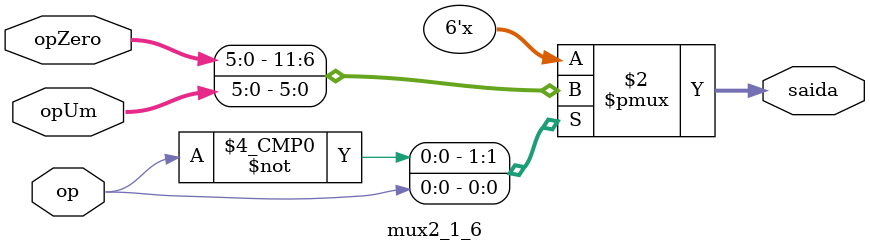
<source format=v>
module mux2_1_6( // Para ulaOp, se o código vai ser o op ou opx
	input [5:0] opZero,
	input [5:0] opUm,
	input op,
	output reg [5:0] saida
);

always@ (*)
begin
	case(op)
	1'b0:
		saida = opZero;
	1'b1:
		saida = opUm;	
	endcase
end

endmodule
</source>
